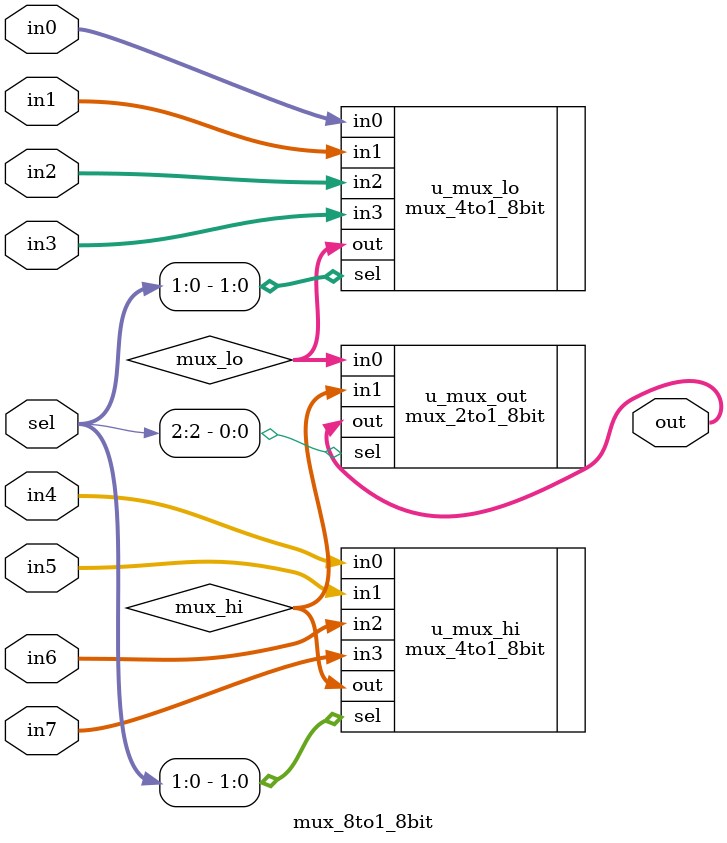
<source format=sv>

module mux_8to1_8bit (
    input  logic [7:0] in0,
    input  logic [7:0] in1,
    input  logic [7:0] in2,
    input  logic [7:0] in3,
    input  logic [7:0] in4,
    input  logic [7:0] in5,
    input  logic [7:0] in6,
    input  logic [7:0] in7,
    input  logic [2:0] sel,
    output logic [7:0] out
);
    // First stage: two 4:1 muxes using sel[1:0]
    logic [7:0] mux_lo, mux_hi;

    mux_4to1_8bit u_mux_lo (
        .in0(in0), .in1(in1), .in2(in2), .in3(in3),
        .sel(sel[1:0]), .out(mux_lo)
    );

    mux_4to1_8bit u_mux_hi (
        .in0(in4), .in1(in5), .in2(in6), .in3(in7),
        .sel(sel[1:0]), .out(mux_hi)
    );

    // Second stage: select between halves using sel[2]
    mux_2to1_8bit u_mux_out (.in0(mux_lo), .in1(mux_hi), .sel(sel[2]), .out(out));

endmodule

</source>
